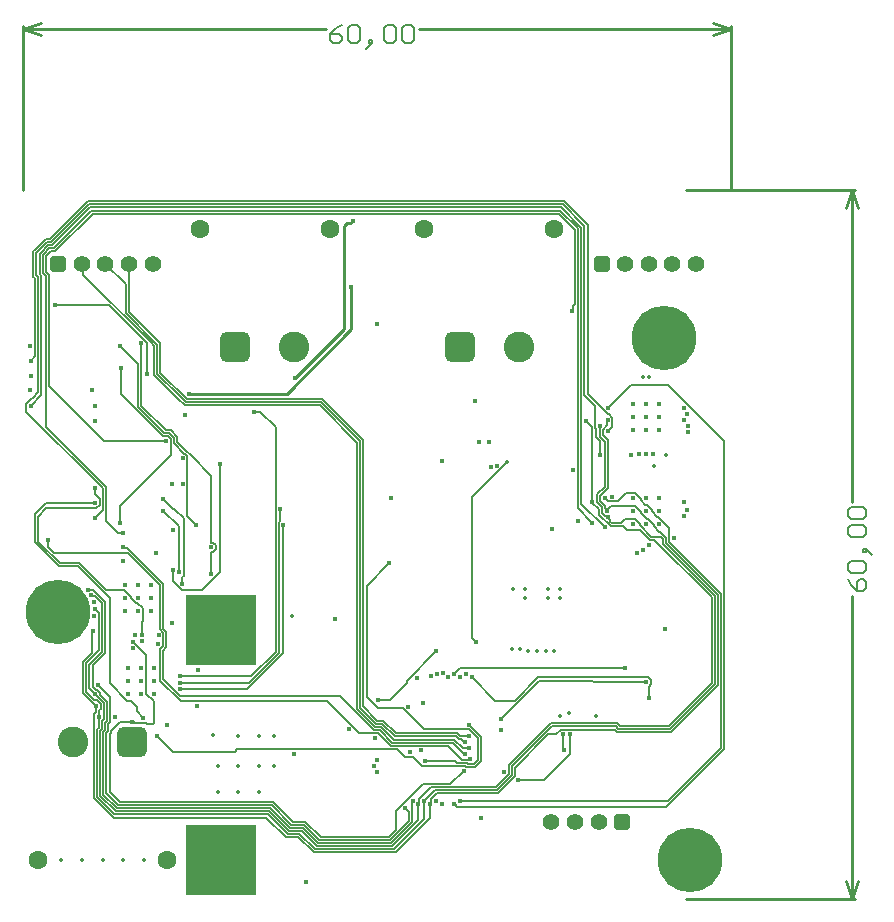
<source format=gbr>
%TF.GenerationSoftware,Altium Limited,Altium Designer,24.7.2 (38)*%
G04 Layer_Physical_Order=2*
G04 Layer_Color=36540*
%FSLAX45Y45*%
%MOMM*%
%TF.SameCoordinates,0E07C861-06C4-4886-B41C-83883A41DA48*%
%TF.FilePolarity,Positive*%
%TF.FileFunction,Copper,L2,Inr,Signal*%
%TF.Part,Single*%
G01*
G75*
%TA.AperFunction,Conductor*%
%ADD38C,0.25400*%
%ADD39C,0.16000*%
%TA.AperFunction,ComponentPad*%
%ADD42C,1.40000*%
G04:AMPARAMS|DCode=43|XSize=1.4mm|YSize=1.4mm|CornerRadius=0.35mm|HoleSize=0mm|Usage=FLASHONLY|Rotation=0.000|XOffset=0mm|YOffset=0mm|HoleType=Round|Shape=RoundedRectangle|*
%AMROUNDEDRECTD43*
21,1,1.40000,0.70000,0,0,0.0*
21,1,0.70000,1.40000,0,0,0.0*
1,1,0.70000,0.35000,-0.35000*
1,1,0.70000,-0.35000,-0.35000*
1,1,0.70000,-0.35000,0.35000*
1,1,0.70000,0.35000,0.35000*
%
%ADD43ROUNDEDRECTD43*%
%ADD44R,6.00000X6.00000*%
G04:AMPARAMS|DCode=45|XSize=2.6mm|YSize=2.6mm|CornerRadius=0.65mm|HoleSize=0mm|Usage=FLASHONLY|Rotation=180.000|XOffset=0mm|YOffset=0mm|HoleType=Round|Shape=RoundedRectangle|*
%AMROUNDEDRECTD45*
21,1,2.60000,1.30000,0,0,180.0*
21,1,1.30000,2.60000,0,0,180.0*
1,1,1.30000,-0.65000,0.65000*
1,1,1.30000,0.65000,0.65000*
1,1,1.30000,0.65000,-0.65000*
1,1,1.30000,-0.65000,-0.65000*
%
%ADD45ROUNDEDRECTD45*%
%ADD46C,1.60000*%
%ADD47C,2.60000*%
%TA.AperFunction,ViaPad*%
%ADD48C,0.35000*%
%ADD49C,0.45000*%
%ADD50C,5.45000*%
%TA.AperFunction,NonConductor*%
%ADD51C,0.25400*%
%ADD52C,0.15240*%
D38*
X5270700Y8220700D02*
X5295789Y8245789D01*
X5270700Y7351100D02*
Y8220700D01*
X5342196Y8267500D02*
X5347500D01*
X5320485Y8245789D02*
X5342196Y8267500D01*
X5295789Y8245789D02*
X5320485D01*
X4783521Y6800000D02*
X5332500Y7348979D01*
X3960000Y6800000D02*
X4783521D01*
X4852300Y6932700D02*
X5270700Y7351100D01*
X5332500Y7348979D02*
Y7702500D01*
D39*
X7812208Y4401000D02*
G03*
X7822883Y4405082I0J16000D01*
G01*
X6355000Y4729319D02*
Y5925000D01*
Y4729319D02*
X6388570Y4695750D01*
X6355000Y5925000D02*
X6650000Y6220000D01*
X7279500Y5867250D02*
Y8208087D01*
X7250500Y5829500D02*
X7370000Y5710000D01*
X7098818Y8352000D02*
X7250500Y8200318D01*
Y5829500D02*
Y8200318D01*
X3195000Y4065896D02*
Y4075000D01*
Y3974500D02*
Y4065896D01*
X7480112Y5915659D02*
X7482834D01*
X7508994Y5889500D01*
X7586329D01*
X7373000Y5877153D02*
Y6499231D01*
X7413500Y5882455D02*
Y5950269D01*
X7369362Y6502868D02*
Y6520638D01*
Y6502868D02*
X7373000Y6499231D01*
X3834402Y5825598D02*
X3911382Y5748618D01*
X3819542Y5825598D02*
X3834402D01*
X3737013Y5908126D02*
X3819542Y5825598D01*
X5461864Y5174378D02*
X5652500Y5365014D01*
X3683550Y3900000D02*
X3690000D01*
X3820000Y3770000D01*
X4343138D01*
X3168862Y4106138D02*
Y4155040D01*
X3154500Y4091775D02*
X3168862Y4106138D01*
X3195801Y4075801D02*
Y4121500D01*
X3195000Y4075000D02*
X3195801Y4075801D01*
X3154500Y3375500D02*
Y4091775D01*
X3287500Y4020731D02*
Y4232587D01*
X3221000Y4030000D02*
X3235500Y4044500D01*
Y4182448D01*
X3162612Y4255336D02*
X3235500Y4182448D01*
X3247000Y3952961D02*
Y4017000D01*
X3221000Y3963731D02*
Y4030000D01*
X3182958Y4337130D02*
X3287500Y4232587D01*
X3273000Y3942192D02*
Y4006231D01*
X3247000Y4017000D02*
X3261500Y4031500D01*
Y4193217D01*
X3273000Y4006231D02*
X3287500Y4020731D01*
X3207662Y4247054D02*
X3261500Y4193217D01*
X3513698Y4112802D02*
X3570000Y4056500D01*
X3058000Y4265903D02*
X3168862Y4155040D01*
X3880000Y4410000D02*
X4485912D01*
X4690000Y4614088D01*
X3880000Y4355000D02*
X4467681D01*
X4716000Y4603319D01*
X3885955Y4200000D02*
X5124551D01*
X3714500Y4371455D02*
X3885955Y4200000D01*
X3740500Y4382225D02*
X3882225Y4240500D01*
X3740500Y4382225D02*
Y4626656D01*
X3882225Y4240500D02*
X5235270D01*
X4449450Y4300000D02*
X4756500Y4607050D01*
X3880000Y4300000D02*
X4449450D01*
X3714500Y4371455D02*
Y4637425D01*
X6960731Y3528455D02*
X7180000Y3747725D01*
X6741545Y3528455D02*
X6960731D01*
X7180000Y3747725D02*
Y3917500D01*
X6200000Y4425000D02*
X6250000Y4475000D01*
X3600000Y6970000D02*
Y7233231D01*
X3547978Y7227978D02*
X3550000Y7225955D01*
Y6700000D02*
Y7225955D01*
X3283231Y7550000D02*
X3600000Y7233231D01*
X3450000Y7493922D02*
X3715200Y7228722D01*
Y6980878D02*
X3941278Y6754800D01*
X3663200Y6959339D02*
X3867758Y6754781D01*
X3689200Y6970108D02*
Y7217953D01*
X3715200Y6980878D02*
Y7228722D01*
X3663200Y6959339D02*
Y7206800D01*
X3689200Y6970108D02*
X3886233Y6773076D01*
X3634060Y7235940D02*
X3663200Y7206800D01*
X3424000Y7483153D02*
X3689200Y7217953D01*
X3064000Y7806000D02*
X3634060Y7235940D01*
X2820000Y7550000D02*
X3283231D01*
X3380000Y6796461D02*
Y7020000D01*
X3802862Y6491517D02*
X3857048Y6437332D01*
X3805048Y6284344D02*
Y6415793D01*
X3747713Y6465517D02*
X3792093D01*
X3831048Y6382183D02*
Y6426562D01*
X3792093Y6465517D02*
X3831048Y6426562D01*
X3370000Y5710000D02*
Y5849296D01*
X3380000Y6796461D02*
X3736944Y6439517D01*
X3524000Y6689231D02*
X3747713Y6465517D01*
X3831048Y6382183D02*
X3918747Y6294483D01*
X3550000Y6700000D02*
X3758483Y6491517D01*
X3781324Y6439517D02*
X3805048Y6415793D01*
X3857048Y6392952D02*
X3929517Y6320483D01*
X3370000Y5849296D02*
X3805048Y6284344D01*
X3857048Y6392952D02*
Y6437332D01*
X3736944Y6439517D02*
X3781324D01*
X3758483Y6491517D02*
X3802862D01*
X2770000Y6870000D02*
X3240983Y6399017D01*
X2770000Y6870000D02*
Y7809591D01*
X3240983Y6399017D02*
X3764548D01*
X3524000Y6689231D02*
Y7056000D01*
X3929517Y6320483D02*
X3931528D01*
X3970484Y6281528D01*
X3920759Y6294483D02*
X3944484Y6270759D01*
X3918747Y6294483D02*
X3920759D01*
X3970484Y6279517D02*
Y6281528D01*
X3944484Y5765517D02*
Y6270759D01*
X3970484Y6279517D02*
X4147500Y6102500D01*
X3352000Y5625000D02*
X3399500D01*
X3593000Y4261189D02*
Y4591462D01*
X3480400Y4702699D02*
X3481763D01*
X3402087Y5497412D02*
X3431173D01*
X3399500Y5500000D02*
X3402087Y5497412D01*
X3481763Y4702699D02*
X3593000Y4591462D01*
X3253500Y5723500D02*
X3352000Y5625000D01*
X3431173Y5497412D02*
X3740500Y5188086D01*
Y4813044D02*
Y5188086D01*
X2816263Y5450000D02*
X3441817D01*
X3710000Y5181817D01*
Y4806774D02*
Y5181817D01*
X3513698Y4112802D02*
Y4149431D01*
X3462945Y4200184D02*
X3513698Y4149431D01*
X3480549Y4019451D02*
X3498273D01*
X3600724Y4005129D02*
X3648627D01*
X3434005Y4200184D02*
X3462945D01*
X3589854Y4016000D02*
X3600724Y4005129D01*
X3475000Y4025000D02*
X3480549Y4019451D01*
X3501725Y4016000D02*
X3589854D01*
X3498273Y4019451D02*
X3501725Y4016000D01*
X5951791Y3688500D02*
X6207961D01*
X5928107Y3648000D02*
X6298725D01*
X5854015Y3722092D02*
X5928107Y3648000D01*
X6207961Y3688500D02*
X6222461Y3674000D01*
X6330000Y4000000D02*
X6431138Y3898862D01*
Y3691138D02*
Y3898862D01*
X6382138Y3642138D02*
X6431138Y3691138D01*
X6371369Y3668138D02*
X6405138Y3701907D01*
Y3882138D01*
X6327776Y3959500D02*
X6405138Y3882138D01*
X6315356Y3668138D02*
X6371369D01*
X6333089Y3703089D02*
X6338638Y3708638D01*
X6303226Y3703089D02*
X6333089D01*
X6298725Y3648000D02*
X6304587Y3642138D01*
X6309494Y3674000D02*
X6315356Y3668138D01*
X6304587Y3642138D02*
X6382138D01*
X6222461Y3674000D02*
X6309494D01*
X5787908Y3722092D02*
X5854015D01*
X5719500Y3790500D02*
X5787908Y3722092D01*
X6192500Y3847500D02*
X6288867Y3751134D01*
X6270000Y3700000D02*
X6300137D01*
X6303226Y3703089D01*
X6170449Y3496000D02*
X6281949Y3607500D01*
X6288867Y3751134D02*
X6290393D01*
X5938724Y3496000D02*
X6170449D01*
X6148500Y3821500D02*
X6270000Y3700000D01*
X6276770Y3800000D02*
X6330000D01*
X6203270Y3873500D02*
X6276770Y3800000D01*
X4363638Y3790500D02*
X5719500D01*
X4343138Y3770000D02*
X4363638Y3790500D01*
X3648627Y4005129D02*
X3658000Y4014502D01*
Y4196189D01*
X3593000Y4261189D02*
X3658000Y4196189D01*
X3377165Y4025000D02*
X3475000D01*
X7279500Y5867250D02*
X7477223Y5669527D01*
X5581539Y3982000D02*
X5690039Y3873500D01*
X6203270D01*
X5560000Y3930000D02*
X5668500Y3821500D01*
X6148500D01*
X5679270Y3847500D02*
X6192500D01*
X5711578Y3925500D02*
X6224808D01*
X5570769Y3956000D02*
X5679270Y3847500D01*
X5603077Y4034000D02*
X5711578Y3925500D01*
X5700808Y3899500D02*
X6214039D01*
X5592308Y4008000D02*
X5700808Y3899500D01*
X5945725Y3959500D02*
X6327776D01*
X5768263Y4136961D02*
X5945725Y3959500D01*
X5554462Y4136961D02*
X5768263D01*
X5461864Y4229560D02*
X5554462Y4136961D01*
X5461864Y4229560D02*
Y5174378D01*
X5541308Y4008000D02*
X5592308D01*
X5519770Y3956000D02*
X5570769D01*
X5552078Y4034000D02*
X5603077D01*
X5394551Y3930000D02*
X5560000D01*
X5530539Y3982000D02*
X5581539D01*
X5560000Y4210000D02*
X5660000D01*
X5800000Y4350000D01*
X3559264Y4762458D02*
Y4871790D01*
X4147500Y5540500D02*
Y6102500D01*
Y5459500D02*
X4163995D01*
X4187720Y5483224D01*
Y5516775D01*
X4163995Y5540500D02*
X4187720Y5516775D01*
X4147500Y5275000D02*
Y5459500D01*
Y5540500D02*
X4163995D01*
X7224500Y7560000D02*
Y8189549D01*
X7088049Y8326000D02*
X7224500Y8189549D01*
X7131126Y8430000D02*
X7331500Y8229626D01*
X3099283Y8430000D02*
X7131126D01*
X3142360Y8326000D02*
X7088049D01*
X3120822Y8378000D02*
X7109588D01*
X3110052Y8404000D02*
X7120357D01*
X3131591Y8352000D02*
X7098818D01*
X7120357Y8404000D02*
X7305500Y8218857D01*
X2811591Y8032000D02*
X3131591Y8352000D01*
X2800822Y8058000D02*
X3120822Y8378000D01*
X2779283Y8110000D02*
X3099283Y8430000D01*
X7109588Y8378000D02*
X7279500Y8208087D01*
X2790052Y8084000D02*
X3110052Y8404000D01*
X2822360Y8006000D02*
X3142360Y8326000D01*
X2785591Y8006000D02*
X2822360D01*
X2774822Y8032000D02*
X2811591D01*
X2753283Y8084000D02*
X2790052D01*
X2764052Y8058000D02*
X2800822D01*
X2640000Y7792513D02*
X2655696Y7776817D01*
X2640000Y8007486D02*
X2650796Y8018282D01*
X2666000Y7803283D02*
X2681696Y7787587D01*
X2692000Y7814052D02*
X2707696Y7798356D01*
X2681696Y6811696D02*
Y7787587D01*
X2692000Y7985948D02*
X2702796Y7996743D01*
X2666000Y7996717D02*
X2676796Y8007513D01*
X2718000Y7824822D02*
X2744000Y7798822D01*
X2666000Y7803283D02*
Y7996717D01*
X2718000Y7975178D02*
X2728796Y7985974D01*
X2744000Y7964409D02*
X2785591Y8006000D01*
X2692000Y7814052D02*
Y7985948D01*
X2744000Y7835591D02*
Y7964409D01*
X2640000Y7792513D02*
Y8007486D01*
X2707696Y6789198D02*
Y7798356D01*
X2655696Y7118198D02*
Y7776817D01*
X2744000Y7835591D02*
X2770000Y7809591D01*
X2744000Y6520045D02*
Y7798822D01*
X2718000Y7824822D02*
Y7975178D01*
X2728796Y7985974D02*
X2774822Y8032000D01*
X2650796Y8018282D02*
X2742514Y8110000D01*
X2702796Y7996743D02*
X2764052Y8058000D01*
X2676796Y8007513D02*
X2753283Y8084000D01*
X2742514Y8110000D02*
X2779283D01*
X7331500Y6798500D02*
Y8229626D01*
X7305500Y6787731D02*
Y8218857D01*
Y6787731D02*
X7395362Y6697868D01*
X7510005Y6627505D02*
X7542500Y6595010D01*
X7331500Y6798500D02*
X7502495Y6627505D01*
X7510005D01*
X7395362Y6513638D02*
Y6697868D01*
X7205549Y7541049D02*
X7224500Y7560000D01*
X7205549Y7505549D02*
Y7541049D01*
X7200000Y7500000D02*
X7205549Y7505549D01*
X3253500Y5723500D02*
Y6010545D01*
X2744000Y6520045D02*
X3253500Y6010545D01*
X3162500Y5752000D02*
X3227500Y5817000D01*
X2577999Y6649277D02*
X3227500Y5999775D01*
X3164000Y5948939D02*
Y6006000D01*
X3227500Y5817000D02*
Y5999775D01*
X2625459Y6764236D02*
X2634236D01*
X2577999Y6649277D02*
Y6716775D01*
X2634236Y6764236D02*
X2681696Y6811696D01*
X2618499Y6700000D02*
X2707696Y6789198D01*
X2577999Y6716775D02*
X2625459Y6764236D01*
X2618499Y7081000D02*
X2655696Y7118198D01*
X7460000Y6497275D02*
X7496225Y6533500D01*
X7460000Y6450000D02*
Y6497275D01*
X7507023Y6487023D02*
X7542500Y6522500D01*
X7399000Y6434231D02*
Y6510000D01*
Y6434231D02*
X7435000Y6398231D01*
X7320000Y6570000D02*
X7369362Y6520638D01*
X7395362Y6513638D02*
X7399000Y6510000D01*
X7434000Y6436000D02*
Y6528551D01*
X7435000Y6279500D02*
Y6398231D01*
X7434000Y6528551D02*
X7435862Y6530413D01*
X7373000Y5877153D02*
X7427500Y5822653D01*
Y5776526D02*
Y5822653D01*
X3164000Y5948939D02*
X3201500Y5911439D01*
Y5861500D02*
Y5911439D01*
X7542500Y6522500D02*
Y6595010D01*
X7496225Y6573807D02*
X7501326Y6578908D01*
X7503638Y6683638D02*
X7697500Y6877500D01*
X7496225Y6533500D02*
Y6573807D01*
X3170000Y5830000D02*
X3201500Y5861500D01*
X2749000Y5879000D02*
X3161000D01*
X2750000Y5830000D02*
X3170000D01*
X2680000Y5760000D02*
X2750000Y5830000D01*
X2650000Y5780000D02*
X2749000Y5879000D01*
X2680000Y5549494D02*
X2863351Y5366142D01*
X2680000Y5549494D02*
Y5760000D01*
X3518811Y5032000D02*
X3568000Y4982811D01*
X3470000Y5069189D02*
Y5080811D01*
X3568000Y4880526D02*
Y4982811D01*
X3251829Y5142000D02*
X3408811D01*
X2863351Y5366142D02*
X3027687D01*
X3251829Y5142000D01*
X2852582Y5340142D02*
X3016918D01*
X3559264Y4871790D02*
X3568000Y4880526D01*
X3470000Y5069189D02*
X3507189Y5032000D01*
X3016918Y5340142D02*
X3285000Y5072060D01*
X3507189Y5032000D02*
X3518811D01*
X3408811Y5142000D02*
X3470000Y5080811D01*
X2760000Y5506263D02*
Y5560500D01*
Y5506263D02*
X2816263Y5450000D01*
X2650000Y5542724D02*
X2852582Y5340142D01*
X2650000Y5542724D02*
Y5780000D01*
X3285000Y4349189D02*
Y5072060D01*
X3246021Y4605713D02*
Y5038024D01*
X3102191Y5138040D02*
X3146005D01*
X3136021Y5089724D02*
X3157551D01*
X3220021Y4616482D02*
Y5027255D01*
X3130473Y5095273D02*
X3136021Y5089724D01*
X3099505Y5140726D02*
X3102191Y5138040D01*
X3157551Y5089724D02*
X3220021Y5027255D01*
X3146005Y5138040D02*
X3246021Y5038024D01*
X3285000Y4349189D02*
X3434005Y4200184D01*
X5800000Y4370000D02*
X6050000Y4620000D01*
X4756500Y4607050D02*
Y5688267D01*
X5800000Y4350000D02*
Y4370000D01*
X5063661Y6702800D02*
X5379164Y6387298D01*
X3941278Y6754800D02*
X5085200D01*
X3930508Y6728800D02*
X5074431D01*
X3919739Y6702800D02*
X5063661D01*
X5074431Y6728800D02*
X5405164Y6398067D01*
X5085200Y6754800D02*
X5431164Y6408836D01*
X3867758Y6754781D02*
X3919739Y6702800D01*
X3886232Y6773076D02*
X3930508Y6728800D01*
X5379164Y4133375D02*
Y6387298D01*
X5405164Y4144145D02*
Y6398067D01*
X5431164Y4154914D02*
Y6408836D01*
X5710000Y3110308D02*
Y3267275D01*
X5647692Y3048000D02*
X5710000Y3110308D01*
Y3267275D02*
X5938724Y3496000D01*
X3299000Y3946835D02*
X3377165Y4025000D01*
X3299000Y3931423D02*
Y3946835D01*
X3284500Y3916923D02*
X3299000Y3931423D01*
X3284500Y3429346D02*
Y3916923D01*
Y3429346D02*
X3369147Y3344700D01*
X4668354D01*
X4835054Y3178000D01*
X4942308D01*
X5072308Y3048000D01*
X5647692D01*
X5905549Y3368108D02*
X6007441Y3470000D01*
X6552275D01*
X5124551Y4200000D02*
X5394551Y3930000D01*
X5235270Y4240500D02*
X5519770Y3956000D01*
X3710000Y4806774D02*
X3740500Y4776274D01*
Y4813044D02*
X3766500Y4787044D01*
X3740500Y4626656D02*
X3766500Y4652656D01*
Y4787044D01*
X3714500Y4637425D02*
X3740500Y4663425D01*
Y4776274D01*
X5431164Y4154914D02*
X5552078Y4034000D01*
X5405164Y4144145D02*
X5541308Y4008000D01*
X5379164Y4133375D02*
X5530539Y3982000D01*
X6224808Y3925500D02*
X6250308Y3900000D01*
X6214039Y3899500D02*
X6239539Y3874000D01*
X4690000Y4614088D02*
Y6520000D01*
X4716000Y4603319D02*
Y5705042D01*
X4560000Y6650000D02*
X4690000Y6520000D01*
X4716000Y5705042D02*
X4730500Y5719542D01*
X4510000Y6650000D02*
X4560000D01*
X6258153Y3874000D02*
X6282153Y3850000D01*
X6250308Y3900000D02*
X6330000D01*
X6282153Y3850000D02*
X6290000D01*
X6239539Y3874000D02*
X6258153D01*
X3064000Y7806000D02*
Y7886000D01*
X3050000Y7900000D02*
X3064000Y7886000D01*
X3450000Y7493922D02*
Y7900000D01*
X3424000Y7483153D02*
Y7726000D01*
X3250000Y7900000D02*
X3424000Y7726000D01*
X3944484Y5765517D02*
X4020000Y5690000D01*
X3372000Y7208000D02*
X3524000Y7056000D01*
X6205304Y3325000D02*
X6230304Y3300000D01*
X6200000Y3325000D02*
X6205304D01*
X6250000Y3350000D02*
X8010000D01*
X6600000Y4050000D02*
X6920314Y4370314D01*
X4065775Y5136000D02*
X4220000Y5290225D01*
Y6210000D01*
X3896724Y5136000D02*
X4065775D01*
X3820000Y5212725D02*
Y5310000D01*
Y5212725D02*
X3896724Y5136000D01*
X3911382Y5257561D02*
Y5748618D01*
X3740000Y5810000D02*
X3870882Y5679118D01*
Y5289118D02*
Y5679118D01*
X3900000Y5246180D02*
X3911382Y5257561D01*
X3900000Y5190000D02*
Y5246180D01*
X4730500Y5719542D02*
Y5825000D01*
X3207662Y4247054D02*
Y4267561D01*
X3084000Y4276672D02*
Y4517230D01*
X3155210Y4205463D02*
X3175716D01*
X3058000Y4265903D02*
Y4327101D01*
X3195801Y4121500D02*
X3208814Y4134513D01*
X3175716Y4205463D02*
X3208814Y4172365D01*
X3084000Y4276672D02*
X3155210Y4205463D01*
X3208814Y4134513D02*
Y4172365D01*
X3166975Y4295836D02*
X3179387D01*
X3207662Y4267561D01*
X3142458Y4320354D02*
X3166975Y4295836D01*
X3142458Y4320354D02*
Y4502149D01*
X3232500Y3407808D02*
X3347608Y3292700D01*
X3206500Y3397038D02*
X3336839Y3266700D01*
X3258500Y3927692D02*
X3273000Y3942192D01*
X3258500Y3418577D02*
Y3927692D01*
Y3418577D02*
X3358377Y3318700D01*
X4657585D01*
X4824284Y3152000D01*
X4931539D01*
X5061539Y3022000D01*
X5658461D01*
X5820615Y3184154D01*
Y3259386D01*
X5790001Y3290000D02*
X5820615Y3259386D01*
X5790000Y3290000D02*
X5790001D01*
X5050770Y2996000D02*
X5669230D01*
X5022769Y2944000D02*
X5694000D01*
X5012000Y2918000D02*
X5708000D01*
X5040000Y2970000D02*
X5680000D01*
X3142458Y4502149D02*
X3246021Y4605713D01*
X3110000Y4307948D02*
Y4506461D01*
Y4307948D02*
X3162612Y4255336D01*
X3058000Y4528000D02*
X3082500Y4552500D01*
X3058000Y4327101D02*
Y4528000D01*
X3110000Y4506461D02*
X3220021Y4616482D01*
X3084000Y4517230D02*
X3194021Y4627251D01*
X3082500Y4552500D02*
X3140000Y4610000D01*
X5846615Y3346615D02*
X5850000Y3350000D01*
X5846615Y3173385D02*
Y3346615D01*
X5669230Y2996000D02*
X5846615Y3173385D01*
X4920770Y3126000D02*
X5050770Y2996000D01*
X4813515Y3126000D02*
X4920770D01*
X4646815Y3292700D02*
X4813515Y3126000D01*
X3347608Y3292700D02*
X4646815D01*
X3232500Y3407808D02*
Y3938461D01*
X3247000Y3952961D01*
X3206500Y3949231D02*
X3221000Y3963731D01*
X3206500Y3397038D02*
Y3949231D01*
X5900000Y3325000D02*
X5905549Y3330549D01*
X5900000Y3190000D02*
Y3325000D01*
X5905549Y3330549D02*
Y3368108D01*
X6230304Y3300000D02*
X7996769D01*
X8487700Y3790930D01*
X8461700Y3801700D02*
Y5108300D01*
X7697500Y6877500D02*
X8011397D01*
X8487700Y3790930D02*
Y6401197D01*
X8010000Y3350000D02*
X8461700Y3801700D01*
X8011397Y6877500D02*
X8487700Y6401197D01*
X6691500Y3645994D02*
X7029506Y3984000D01*
X7583920Y4010000D02*
X7603920Y3990000D01*
X7593151Y3964000D02*
X8030462D01*
X8019692Y3990000D02*
X8383700Y4354008D01*
X8030462Y3964000D02*
X8409700Y4343238D01*
X7603920Y3990000D02*
X8019692D01*
X7029506Y3984000D02*
X7573151D01*
X6665500Y3656763D02*
X7018737Y4010000D01*
X7103225Y3958000D02*
X7562382D01*
X7582382Y3938000D01*
X7062949Y3917724D02*
X7103225Y3958000D01*
X7120000Y3917500D02*
X7125000Y3912500D01*
X7582382Y3938000D02*
X8041231D01*
X7573151Y3984000D02*
X7593151Y3964000D01*
X6717500Y3635224D02*
X7000000Y3917724D01*
X7062949D01*
X8041231Y3938000D02*
X8435700Y4332469D01*
X7125000Y3789500D02*
Y3912500D01*
Y3789500D02*
X7130000Y3784500D01*
X7018737Y4010000D02*
X7583920D01*
X8435700Y4332469D02*
Y5097531D01*
X8383700Y4354008D02*
Y5075992D01*
X8409700Y4343238D02*
Y5086761D01*
X8022500Y5547500D02*
X8461700Y5108300D01*
X8022500Y5547500D02*
Y5668311D01*
X7874000Y5805189D02*
Y5816811D01*
X7732811Y5958000D02*
X7782000Y5908811D01*
X7654829Y5958000D02*
X7732811D01*
X7586329Y5889500D02*
X7654829Y5958000D01*
X7782000Y5897189D02*
X7819189Y5860000D01*
X7874000Y5805189D02*
X7920189Y5759000D01*
X7931811D02*
X8022500Y5668311D01*
X7819189Y5860000D02*
X7830811D01*
X7920189Y5759000D02*
X7931811D01*
X7782000Y5897189D02*
Y5908811D01*
X7830811Y5860000D02*
X7874000Y5816811D01*
X7528000Y5848000D02*
X7732811D01*
X7781890Y5798920D01*
X7842592Y5738218D02*
X7891626Y5689185D01*
X7940566Y5628623D02*
X7947685D01*
X7996500Y5579808D01*
X7949539Y5590000D02*
X7970500Y5569039D01*
X7830970Y5738218D02*
X7842592D01*
X7781890Y5787298D02*
X7830970Y5738218D01*
X7858419Y5564000D02*
X7895692D01*
X7996500Y5536731D02*
Y5579808D01*
X7869189Y5590000D02*
X7949539D01*
X7970500Y5525961D02*
X8409700Y5086761D01*
X7895692Y5564000D02*
X8383700Y5075992D01*
X7996500Y5536731D02*
X8435700Y5097531D01*
X7891626Y5677563D02*
X7940566Y5628623D01*
X7891626Y5677563D02*
Y5689185D01*
X7781890Y5787298D02*
Y5798920D01*
X7970500Y5525961D02*
Y5569039D01*
X6057331Y3418000D02*
X6573814D01*
X6038717Y3444000D02*
X6563045D01*
X7413500Y5950269D02*
X7475500Y6012269D01*
Y6394500D01*
X7439500Y5893225D02*
X7479500Y5853225D01*
Y5833671D02*
Y5853225D01*
X7413500Y5882455D02*
X7453500Y5842456D01*
X7494000Y5811323D02*
Y5819170D01*
X7479500Y5833671D02*
X7494000Y5819170D01*
X7453500Y5794069D02*
Y5842456D01*
X7439500Y5939500D02*
X7501500Y6001500D01*
X7478069Y5769500D02*
X7483952D01*
X7503354Y5750098D02*
Y5756646D01*
X7521564Y5719231D02*
Y5731888D01*
X7483952Y5769500D02*
X7496203Y5757249D01*
X7503354Y5750098D02*
X7521564Y5731888D01*
X7526026Y5678000D02*
X7632000D01*
X7427500Y5776526D02*
X7526026Y5678000D01*
X7496203Y5757249D02*
X7504050D01*
X7434000Y6436000D02*
X7475500Y6394500D01*
X7501500Y6001500D02*
Y6408500D01*
X7460000Y6450000D02*
X7501500Y6408500D01*
X7439500Y5893225D02*
Y5939500D01*
X7632000Y5678000D02*
X7664800Y5645200D01*
X7617803Y5704000D02*
X7651803Y5738000D01*
X7521564Y5719231D02*
X7536795Y5704000D01*
X7617803D01*
X7651803Y5738000D02*
X7732811D01*
X7772595Y5698216D01*
Y5686594D02*
Y5698216D01*
X7494000Y5814000D02*
X7528000Y5848000D01*
X7453500Y5794069D02*
X7478069Y5769500D01*
X6563045Y3444000D02*
X6691500Y3572455D01*
X6552275Y3470000D02*
X6665500Y3583224D01*
X6573814Y3418000D02*
X6717500Y3561686D01*
X6691500Y3572455D02*
Y3645994D01*
X6665500Y3583224D02*
Y3656763D01*
X6005549Y3366218D02*
X6057331Y3418000D01*
X7777220Y5645200D02*
X7858419Y5564000D01*
X7772595Y5686594D02*
X7869189Y5590000D01*
X5947479Y3352762D02*
X6038717Y3444000D01*
X6717500Y3561686D02*
Y3635224D01*
X7664800Y5645200D02*
X7777220D01*
X6920314Y4370314D02*
X6933569D01*
X7850000Y4320812D02*
X7868708Y4346037D01*
X7850000Y4225000D02*
Y4320812D01*
X7846310Y4401986D02*
X7868708Y4379588D01*
X7822883Y4405082D02*
X7846310Y4401986D01*
X6933569Y4370314D02*
X7828208Y4362813D01*
X7868708Y4346037D02*
Y4379588D01*
X6914231Y4401000D02*
X7812208D01*
X6713231Y4200000D02*
X6914231Y4401000D01*
X6250000Y4475000D02*
X7650000D01*
X6005549Y3330549D02*
Y3366218D01*
X6000000Y3325000D02*
X6005549Y3330549D01*
X6350000Y4400000D02*
X6550000Y4200000D01*
X6713231D01*
X3194021Y4627251D02*
Y4945979D01*
X3140000Y4610000D02*
Y4786579D01*
X3143421Y4790000D01*
X3160000Y4980000D02*
X3194021Y4945979D01*
X5680000Y2970000D02*
X5900000Y3190000D01*
X5708000Y2918000D02*
X6000000Y3210000D01*
X5694000Y2944000D02*
X5947479Y3197478D01*
X4910000Y3100000D02*
X5040000Y2970000D01*
X4892769Y3074000D02*
X5022769Y2944000D01*
X4882000Y3048000D02*
X5012000Y2918000D01*
X4625276Y3240700D02*
X4791976Y3074000D01*
X4892769D01*
X4612560Y3210000D02*
X4774560Y3048000D01*
X4636046Y3266700D02*
X4802746Y3100000D01*
X4910000D01*
X4774560Y3048000D02*
X4882000D01*
X6000000Y3210000D02*
Y3325000D01*
X5947479Y3197478D02*
Y3352762D01*
X3336839Y3266700D02*
X4636046D01*
X3180500Y3960000D02*
X3195000Y3974500D01*
X3326069Y3240700D02*
X4625276D01*
X3180500Y3386269D02*
X3326069Y3240700D01*
X3180500Y3386269D02*
Y3960000D01*
X3154500Y3375500D02*
X3320000Y3210000D01*
X4612560D01*
D42*
X7650000Y7900000D02*
D03*
X7850000D02*
D03*
X8050000D02*
D03*
X8250000D02*
D03*
X3050000D02*
D03*
X3250000D02*
D03*
X3450000D02*
D03*
X3650000D02*
D03*
X7225000Y3175000D02*
D03*
X7425000D02*
D03*
X7025000D02*
D03*
D43*
X7450000Y7900000D02*
D03*
X2850000D02*
D03*
X7625000Y3175000D02*
D03*
D44*
X4225000Y2850000D02*
D03*
Y4800000D02*
D03*
D45*
X3475000Y3850000D02*
D03*
X6250000Y7200000D02*
D03*
X4350000D02*
D03*
D46*
X3775000Y2850000D02*
D03*
X2675000D02*
D03*
X5950000Y8200000D02*
D03*
X7050000D02*
D03*
X4050000D02*
D03*
X5150000D02*
D03*
D47*
X2975000Y3850000D02*
D03*
X6750000Y7200000D02*
D03*
X4850000D02*
D03*
D48*
X3575000Y2850000D02*
D03*
X3400000D02*
D03*
X3225000D02*
D03*
X3050000D02*
D03*
X2875000D02*
D03*
X4200000Y3425000D02*
D03*
X4550000D02*
D03*
X4375000D02*
D03*
Y3900000D02*
D03*
Y3650000D02*
D03*
X4200000D02*
D03*
X4675000D02*
D03*
X4550000D02*
D03*
X4675000Y3900000D02*
D03*
X4550000D02*
D03*
X4160000Y3910000D02*
D03*
X7893650Y6185552D02*
D03*
X6650000Y6220000D02*
D03*
X7800000Y6940000D02*
D03*
X7850000D02*
D03*
X8000000Y6280000D02*
D03*
X4826000Y4920000D02*
D03*
X7400000Y4075000D02*
D03*
X7100000D02*
D03*
X7175000Y4100000D02*
D03*
X6980731Y4625838D02*
D03*
X7050838D02*
D03*
X6830731D02*
D03*
X6900838D02*
D03*
X6761675Y4637500D02*
D03*
X6691568D02*
D03*
X7100000Y5075000D02*
D03*
X7000000D02*
D03*
X7100000Y5150000D02*
D03*
X7000000D02*
D03*
X6800000Y5075000D02*
D03*
Y5150000D02*
D03*
X6700000D02*
D03*
D49*
X5307696Y3959579D02*
D03*
X6388570Y4695750D02*
D03*
X7700000Y6278452D02*
D03*
X7882196Y6287500D02*
D03*
X7764790D02*
D03*
X7825000Y6292500D02*
D03*
X7205000Y6155000D02*
D03*
X7480112Y5915659D02*
D03*
X7715000Y5915000D02*
D03*
X7825000D02*
D03*
X7935000D02*
D03*
X7715000Y5805000D02*
D03*
X7825000D02*
D03*
X7935000D02*
D03*
X7715000Y5695000D02*
D03*
X7825000D02*
D03*
X7935000D02*
D03*
X7247500Y5720000D02*
D03*
X7373000Y5885000D02*
D03*
X7536097Y5930000D02*
D03*
X3140000Y6830000D02*
D03*
X3737013Y5908126D02*
D03*
X3812600Y6040000D02*
D03*
X3903000D02*
D03*
X5652500Y5365014D02*
D03*
X3775000Y4000000D02*
D03*
X3683550Y3900000D02*
D03*
X3195000Y4065896D02*
D03*
X3168314Y4155589D02*
D03*
X3570000Y4056500D02*
D03*
X3475000Y4025000D02*
D03*
X4030700Y4459300D02*
D03*
X3880000Y4410000D02*
D03*
Y4355000D02*
D03*
Y4300000D02*
D03*
X5890743Y4397841D02*
D03*
X6001973Y4411973D02*
D03*
X6741545Y3528455D02*
D03*
X6625000Y3600000D02*
D03*
X6200000Y4425000D02*
D03*
X6151405Y4398742D02*
D03*
X7990000Y4810000D02*
D03*
X3635000Y4965000D02*
D03*
X3525000D02*
D03*
X3415000D02*
D03*
X3635000Y5075000D02*
D03*
X3525000D02*
D03*
X3415000D02*
D03*
X3635000Y5185000D02*
D03*
X3525000D02*
D03*
X3415000D02*
D03*
X3600000Y6970000D02*
D03*
X3547978Y7227978D02*
D03*
X2820000Y7550000D02*
D03*
X3903984Y6253983D02*
D03*
X3370000Y5710000D02*
D03*
X3399500Y5625000D02*
D03*
X3480500Y4646687D02*
D03*
X3480400Y4702699D02*
D03*
X3399500Y5381820D02*
D03*
Y5500000D02*
D03*
X5951791Y3688500D02*
D03*
X6338638Y3708638D02*
D03*
X6290393Y3751134D02*
D03*
X6281949Y3607500D02*
D03*
X3504265Y4754961D02*
D03*
X6330000Y4000000D02*
D03*
X6565000Y6192275D02*
D03*
X6511938Y6177801D02*
D03*
X7370000Y5710000D02*
D03*
X7750000Y5455000D02*
D03*
X5925000Y3781000D02*
D03*
X5560000Y4210000D02*
D03*
X3561400Y4707500D02*
D03*
X3559264Y4762458D02*
D03*
X3812135Y4856667D02*
D03*
X4147220Y5500000D02*
D03*
X5347500Y8267500D02*
D03*
X3764548Y6399017D02*
D03*
X7200000Y7500000D02*
D03*
X3164000Y6006000D02*
D03*
X2618499Y6700000D02*
D03*
X2609500Y6830000D02*
D03*
X7507023Y6487023D02*
D03*
X7435862Y6530413D02*
D03*
X7435000Y6279500D02*
D03*
X2615196Y7208000D02*
D03*
X7320000Y6570000D02*
D03*
X2618499Y7081000D02*
D03*
Y6950000D02*
D03*
X7503638Y6683638D02*
D03*
X7501326Y6578908D02*
D03*
X3161000Y5879000D02*
D03*
X3162500Y5752000D02*
D03*
X2760000Y5560500D02*
D03*
X3150000Y5040000D02*
D03*
X5939120Y4182500D02*
D03*
X4756500Y5688267D02*
D03*
X6055549Y4431726D02*
D03*
X6110424Y4435424D02*
D03*
X3960000Y6800000D02*
D03*
X5665500Y5915500D02*
D03*
X4852300Y6932700D02*
D03*
X5550000Y3600000D02*
D03*
X4025000Y4159500D02*
D03*
X3700000Y4759499D02*
D03*
X5533862Y3883862D02*
D03*
X4510000Y6650000D02*
D03*
X3920000Y6620000D02*
D03*
X5812500Y4150000D02*
D03*
X6290000Y3850000D02*
D03*
X6250000Y3350000D02*
D03*
X6200000Y3325000D02*
D03*
X4950000Y2670000D02*
D03*
X3163000Y6567500D02*
D03*
X3160000Y6700500D02*
D03*
X5832022Y3772022D02*
D03*
X6330000Y3800000D02*
D03*
Y3900000D02*
D03*
X6600000Y4050000D02*
D03*
Y3950000D02*
D03*
X6050000Y4620000D02*
D03*
X4220000Y6210000D02*
D03*
X4147500Y5275000D02*
D03*
X4020000Y5690000D02*
D03*
X3825000Y5645000D02*
D03*
X3740000Y5810000D02*
D03*
X3900000Y5190000D02*
D03*
X3870882Y5289118D02*
D03*
X3820000Y5310000D02*
D03*
X4730500Y5825000D02*
D03*
X3162612Y4255336D02*
D03*
X3328000Y4060000D02*
D03*
X5790000Y3290000D02*
D03*
X6100000Y3325000D02*
D03*
X3182958Y4337130D02*
D03*
X5525000Y3650000D02*
D03*
X3372000Y7208000D02*
D03*
X6000000Y3325000D02*
D03*
X5947479Y3352762D02*
D03*
X5900000Y3325000D02*
D03*
X7120000Y3917500D02*
D03*
X7130000Y3784500D02*
D03*
X8063000Y5582272D02*
D03*
X6430000Y3212070D02*
D03*
X8145955Y5883231D02*
D03*
X7504050Y5757249D02*
D03*
X7494000Y5811323D02*
D03*
X7477223Y5669527D02*
D03*
X7856014Y5520500D02*
D03*
X7828208Y4362813D02*
D03*
X7850000Y4225000D02*
D03*
X7650000Y4475000D02*
D03*
X7180000Y3917500D02*
D03*
X6350000Y4400000D02*
D03*
X6250000D02*
D03*
X6300000Y4425000D02*
D03*
X8178916Y6475000D02*
D03*
X6410000Y6390500D02*
D03*
X6497500D02*
D03*
X6380000Y6740000D02*
D03*
X8148728Y5764326D02*
D03*
X6100000Y6230000D02*
D03*
X8169500Y5815253D02*
D03*
X8150000Y6580000D02*
D03*
X8178916Y6530000D02*
D03*
X7029500Y5659500D02*
D03*
X7800000Y5480000D02*
D03*
X3143421Y4790000D02*
D03*
X3153521Y4920000D02*
D03*
X5850000Y3350000D02*
D03*
X5190000Y4890000D02*
D03*
X5332500Y7702500D02*
D03*
X5550000Y7390000D02*
D03*
X3380000Y7020000D02*
D03*
X8150000Y6680000D02*
D03*
X8175000Y6630000D02*
D03*
X3099505Y5140726D02*
D03*
X3130473Y5095273D02*
D03*
X3160000Y4980000D02*
D03*
X3525000Y5075000D02*
D03*
X3675000Y5450000D02*
D03*
X3698298Y4678499D02*
D03*
X4850000Y3750000D02*
D03*
X5550000Y3700000D02*
D03*
X6048163Y3351557D02*
D03*
X7715000Y6715000D02*
D03*
X7825000D02*
D03*
X7935000D02*
D03*
X7715000Y6605000D02*
D03*
X7825000D02*
D03*
X7935000D02*
D03*
X7715000Y6495000D02*
D03*
X7825000D02*
D03*
X7935000D02*
D03*
X3440000Y4475000D02*
D03*
X3550000D02*
D03*
X3660000D02*
D03*
X3440000Y4365000D02*
D03*
X3550000D02*
D03*
X3660000D02*
D03*
X3440000Y4255000D02*
D03*
X3550000D02*
D03*
X3660000D02*
D03*
D50*
X2850000Y4950000D02*
D03*
X7975000Y7275000D02*
D03*
X8200000Y2850000D02*
D03*
D51*
X9519200Y2679611D02*
X9570000Y2527211D01*
X9620800Y2679611D01*
X9570000Y8527211D02*
X9620800Y8374811D01*
X9519200D02*
X9570000Y8527211D01*
Y2527211D02*
Y5090445D01*
Y5882696D02*
Y8527211D01*
X8165000Y2527211D02*
X9595400D01*
X8165000Y8527211D02*
X9595400D01*
X2550000Y9890000D02*
X2702400Y9940800D01*
X2550000Y9890000D02*
X2702400Y9839200D01*
X8397600D02*
X8550000Y9890000D01*
X8397600Y9940800D02*
X8550000Y9890000D01*
X2550000D02*
X5113235D01*
X5905485D02*
X8550000D01*
X2550000Y8525000D02*
Y9915400D01*
X8550000Y8525000D02*
Y9915400D01*
D52*
X9534456Y5232653D02*
X9559848Y5181869D01*
X9610632Y5131085D01*
X9661415D01*
X9686807Y5156477D01*
Y5207261D01*
X9661415Y5232653D01*
X9636023D01*
X9610632Y5207261D01*
Y5131085D01*
X9559848Y5283436D02*
X9534456Y5308828D01*
Y5359612D01*
X9559848Y5385003D01*
X9661415D01*
X9686807Y5359612D01*
Y5308828D01*
X9661415Y5283436D01*
X9559848D01*
X9712199Y5461179D02*
X9686807Y5486570D01*
X9661415D01*
Y5461179D01*
X9686807D01*
Y5486570D01*
X9712199Y5461179D01*
X9737590Y5435787D01*
X9559848Y5588138D02*
X9534456Y5613530D01*
Y5664313D01*
X9559848Y5689705D01*
X9661415D01*
X9686807Y5664313D01*
Y5613530D01*
X9661415Y5588138D01*
X9559848D01*
Y5740488D02*
X9534456Y5765880D01*
Y5816664D01*
X9559848Y5842056D01*
X9661415D01*
X9686807Y5816664D01*
Y5765880D01*
X9661415Y5740488D01*
X9559848D01*
X5255442Y9925544D02*
X5204658Y9900152D01*
X5153875Y9849368D01*
Y9798585D01*
X5179267Y9773193D01*
X5230050D01*
X5255442Y9798585D01*
Y9823977D01*
X5230050Y9849368D01*
X5153875D01*
X5306226Y9900152D02*
X5331617Y9925544D01*
X5382401D01*
X5407793Y9900152D01*
Y9798585D01*
X5382401Y9773193D01*
X5331617D01*
X5306226Y9798585D01*
Y9900152D01*
X5483968Y9747801D02*
X5509360Y9773193D01*
Y9798585D01*
X5483968D01*
Y9773193D01*
X5509360D01*
X5483968Y9747801D01*
X5458576Y9722410D01*
X5610927Y9900152D02*
X5636319Y9925544D01*
X5687102D01*
X5712494Y9900152D01*
Y9798585D01*
X5687102Y9773193D01*
X5636319D01*
X5610927Y9798585D01*
Y9900152D01*
X5763278D02*
X5788670Y9925544D01*
X5839453D01*
X5864845Y9900152D01*
Y9798585D01*
X5839453Y9773193D01*
X5788670D01*
X5763278Y9798585D01*
Y9900152D01*
%TF.MD5,0eb9b9d0a4e35c538e117956d3745b14*%
M02*

</source>
